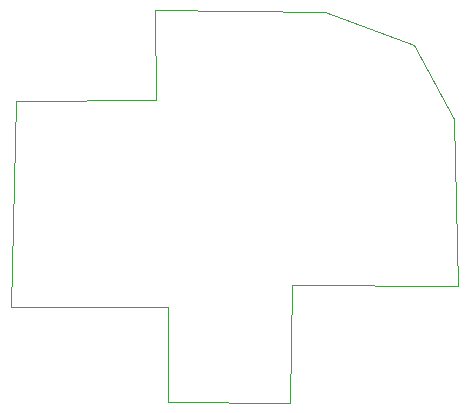
<source format=gbr>
%TF.GenerationSoftware,KiCad,Pcbnew,8.0.6*%
%TF.CreationDate,2025-05-21T19:35:09-04:00*%
%TF.ProjectId,ir_controller,69725f63-6f6e-4747-926f-6c6c65722e6b,rev?*%
%TF.SameCoordinates,Original*%
%TF.FileFunction,Profile,NP*%
%FSLAX46Y46*%
G04 Gerber Fmt 4.6, Leading zero omitted, Abs format (unit mm)*
G04 Created by KiCad (PCBNEW 8.0.6) date 2025-05-21 19:35:09*
%MOMM*%
%LPD*%
G01*
G04 APERTURE LIST*
%TA.AperFunction,Profile*%
%ADD10C,0.050000*%
%TD*%
G04 APERTURE END LIST*
D10*
X56413400Y-28905200D02*
X63906400Y-31750000D01*
X67335400Y-37998400D01*
X67640200Y-52146200D01*
X53568600Y-52019200D01*
X53390800Y-62026800D01*
X43129200Y-61976000D01*
X43129200Y-53924200D01*
X29845000Y-53873400D01*
X30251400Y-36499800D01*
X42062400Y-36398200D01*
X41986200Y-28778200D01*
X56413400Y-28905200D01*
M02*

</source>
